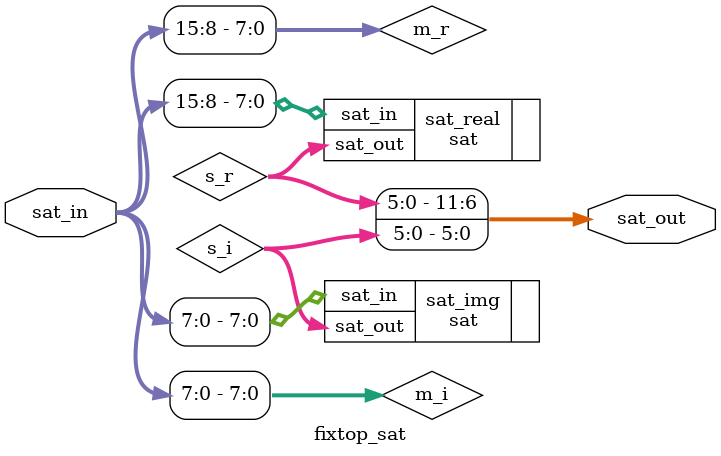
<source format=v>
`timescale 1ns / 1ps


module fixtop_sat
#(parameter NBITS_IN=8,
  parameter NBITS_OUT=6)
 (output [NBITS_OUT*2-1:0] sat_out,
    input [NBITS_IN*2-1:0] sat_in);
  
  

    wire [NBITS_IN-1:0] m_r;
    wire [NBITS_IN-1:0] m_i;
    
    wire [NBITS_OUT-1:0] s_r;
    wire [NBITS_OUT-1:0] s_i;
    
    
assign m_r = sat_in[NBITS_IN*2-1:NBITS_IN]; //Real
assign m_i = sat_in[NBITS_IN-1:0];        //Img
    
     
        sat
          #(.NBITS_IN(NBITS_IN),
           .NBITS_OUT(NBITS_OUT))
        sat_real
          (.sat_in(m_r),
           .sat_out(s_r));
           
         
       
         sat
          #(.NBITS_IN(NBITS_IN),
           .NBITS_OUT(NBITS_OUT))
        sat_img
          (.sat_in(m_i),
           .sat_out(s_i));
             

assign sat_out = {s_r,s_i};

          

    
    
endmodule

</source>
